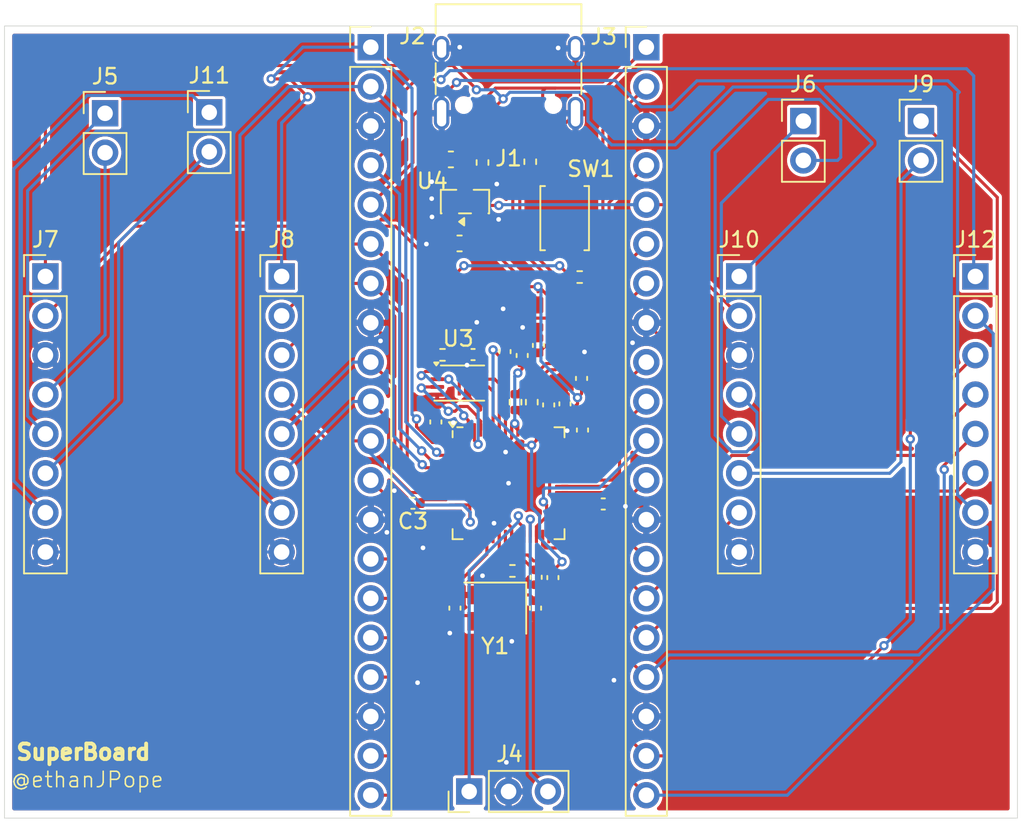
<source format=kicad_pcb>
(kicad_pcb (version 20241229) (generator "pcbnew") (generator_version "9.0")
  (layers (0 "F.Cu" signal) (2 "B.Cu" signal) (13 "F.Paste" user) (15 "B.Paste" user) (5 "F.SilkS" user "F.Silkscreen") (7 "B.SilkS" user "B.Silkscreen") (1 "F.Mask" user) (3 "B.Mask" user) (25 "Edge.Cuts" user))
  (net 0 "")
  (net 1 "GND")
  (net 2 "+3V3")
  (net 3 "+1V1")
  (net 4 "VBUS")
  (net 5 "XIN")
  (net 6 "Net-(C16-Pad2)")
  (net 7 "USB_D-")
  (net 8 "USB_D+")
  (net 9 "Net-(J1-CC2)")
  (net 10 "Net-(J1-CC1)")
  (net 11 "GPIO9")
  (net 12 "GPIO4")
  (net 13 "GPIO7")
  (net 14 "GPIO12")
  (net 15 "GPIO15")
  (net 16 "GPIO1")
  (net 17 "GPIO8")
  (net 18 "GPIO2")
  (net 19 "GPIO11")
  (net 20 "GPIO13")
  (net 21 "GPIO0")
  (net 22 "GPIO14")
  (net 23 "GPIO3")
  (net 24 "GPIO5")
  (net 25 "GPIO6")
  (net 26 "GPIO10")
  (net 27 "GPIO21")
  (net 28 "GPIO27_ADC1")
  (net 29 "GPIO19")
  (net 30 "GPIO28_ADC2")
  (net 31 "GPIO29_ADC3")
  (net 32 "GPIO22")
  (net 33 "GPIO18")
  (net 34 "GPIO16")
  (net 35 "GPIO26_ADC0")
  (net 36 "GPIO20")
  (net 37 "RUN")
  (net 38 "GPIO17")
  (net 39 "GPIO24")
  (net 40 "GPIO23")
  (net 41 "SWD")
  (net 42 "SWCLK")
  (net 43 "Net-(U1-USB_DP)")
  (net 44 "Net-(U1-USB_DM)")
  (net 45 "XOUT")
  (net 46 "QSPI_SS")
  (net 47 "Net-(R6-Pad1)")
  (net 48 "QSPI_SD2")
  (net 49 "QSPI_SD1")
  (net 51 "QSPI_SCLK")
  (net 52 "QSPI_SD3")
  (net 53 "QSPI_SD0")
  (net 54 "Net-(J5-Pin_2)")
  (net 55 "Net-(J5-Pin_1)")
  (net 56 "Net-(J10-Pin_5)")
  (net 57 "Net-(J10-Pin_4)")
  (net 58 "Net-(J11-Pin_1)")
  (net 59 "Net-(J11-Pin_2)")
  (net 60 "Net-(J10-Pin_6)")
  (net 61 "Net-(J10-Pin_7)")
  (footprint "Resistor_SMD:R_0402_1005Metric" (layer "F.Cu") (at 112.36 96.53 180)
    (property "Reference" "R5" (hide yes))
    (property "Value" "1K" (hide yes))
  )
  (footprint "Capacitor_SMD:C_0402_1005Metric" (layer "F.Cu") (at 115.75 85.75 90)
    (property "Reference" "C5" (hide yes))
    (property "Value" "0.1uF" (hide yes))
  )
  (footprint "Connector_PinHeader_2.54mm:PinHeader_1x20_P2.54mm_Vertical" (layer "F.Cu") (at 103.22 62.74)
    (property "Reference" "J2")
    (property "Value" "Conn_01x20" (hide yes))
  )
  (footprint "Resistor_SMD:R_0402_1005Metric" (layer "F.Cu") (at 112.56 85.64 -90)
    (property "Reference" "R3" (hide yes))
    (property "Value" "27" (hide yes))
  )
  (footprint "Capacitor_SMD:C_0402_1005Metric" (layer "F.Cu") (at 114.97 96.96 -90)
    (property "Reference" "C10" (hide yes))
    (property "Value" "1uF" (hide yes))
  )
  (footprint "Capacitor_SMD:C_0402_1005Metric" (layer "F.Cu") (at 116.82 84.11 90)
    (property "Reference" "C1" (hide yes))
    (property "Value" "1uF" (hide yes))
  )
  (footprint "Connector_PinHeader_2.54mm:PinHeader_1x20_P2.54mm_Vertical" (layer "F.Cu") (at 121 62.74)
    (property "Reference" "J3")
    (property "Value" "Conn_01x20" (hide yes))
  )
  (footprint "Capacitor_SMD:C_0402_1005Metric" (layer "F.Cu") (at 111.88 82.38 90)
    (property "Reference" "C12" (hide yes))
    (property "Value" "0.1uF" (hide yes))
  )
  (footprint "Resistor_SMD:R_0402_1005Metric" (layer "F.Cu") (at 113.51 70.13 -90)
    (property "Reference" "R1" (hide yes))
    (property "Value" "5.1K" (hide yes))
  )
  (footprint "Connector_PinHeader_2.54mm:PinHeader_1x02_P2.54mm_Vertical" (layer "F.Cu") (at 131.13 67.505)
    (property "Reference" "J6")
    (property "Value" "Conn_01x02" (hide yes))
  )
  (footprint "Resistor_SMD:R_0402_1005Metric" (layer "F.Cu") (at 113.61 85.64 -90)
    (property "Reference" "R4" (hide yes))
    (property "Value" "27")
  )
  (footprint "Crystal:Crystal_SMD_3225-4Pin_3.2x2.5mm" (layer "F.Cu") (at 111.25 98.93 180)
    (property "Reference" "Y1")
    (property "Value" "12 MHz" (hide yes))
  )
  (footprint "Connector_PinHeader_2.54mm:PinHeader_1x03_P2.54mm_Vertical" (layer "F.Cu") (at 109.57 110.76 90)
    (property "Reference" "J4")
    (property "Value" "Conn_01x03" (hide yes))
  )
  (footprint "Capacitor_SMD:C_0402_1005Metric" (layer "F.Cu") (at 113.85 98.93 90)
    (property "Reference" "C16" (hide yes))
    (property "Value" "33pF" (hide yes))
  )
  (footprint "Resistor_SMD:R_0402_1005Metric" (layer "F.Cu") (at 116.7 77.57 180)
    (property "Reference" "R6" (hide yes))
    (property "Value" "1K" (hide yes))
  )
  (footprint "Resistor_SMD:R_0402_1005Metric" (layer "F.Cu") (at 107.85 82.59 180)
    (property "Reference" "R7" (hide yes))
    (property "Value" "10K" (hide yes))
  )
  (footprint "Capacitor_SMD:C_0402_1005Metric" (layer "F.Cu") (at 114.7 85.82 90)
    (property "Reference" "C11" (hide yes))
    (property "Value" "0.1uF" (hide yes))
  )
  (footprint "Package_TO_SOT_SMD:SOT-23" (layer "F.Cu") (at 109.3 72.7 90)
    (property "Reference" "U4")
    (property "Value" "MCP1700x-330xxTT" (hide yes))
  )
  (footprint "Capacitor_SMD:C_0402_1005Metric" (layer "F.Cu") (at 107.42 86.92 90)
    (property "Reference" "C4" (hide yes))
    (property "Value" "0.1uF" (hide yes))
  )
  (footprint "Package_DFN_QFN:QFN-56-1EP_7x7mm_P0.4mm_EP3.2x3.2mm" (layer "F.Cu") (at 112.11 90.87)
    (property "Reference" "U1" (hide yes))
    (property "Value" "RP2040" (hide yes))
  )
  (footprint "Resistor_SMD:R_0402_1005Metric" (layer "F.Cu") (at 110.43 70.18 -90)
    (property "Reference" "R2" (hide yes))
    (property "Value" "5.1K")
  )
  (footprint "Capacitor_SMD:C_0603_1608Metric" (layer "F.Cu") (at 108.95 75.4 180)
    (property "Reference" "C14" (hide yes))
    (property "Value" "10uF")
  )
  (footprint "Connector_PinHeader_2.54mm:PinHeader_1x02_P2.54mm_Vertical" (layer "F.Cu") (at 92.8 66.945)
    (property "Reference" "J11")
    (property "Value" "Conn_01x02" (hide yes))
  )
  (footprint "Capacitor_SMD:C_0603_1608Metric" (layer "F.Cu") (at 108.39 69.98 180)
    (property "Reference" "C13" (hide yes))
    (property "Value" "10uF" (hide yes))
  )
  (footprint "Connector_PinHeader_2.54mm:PinHeader_1x08_P2.54mm_Vertical" (layer "F.Cu") (at 126.99 77.53)
    (property "Reference" "J10")
    (property "Value" "Conn_01x08" (hide yes))
  )
  (footprint "Connector_PinHeader_2.54mm:PinHeader_1x02_P2.54mm_Vertical" (layer "F.Cu") (at 138.72 67.505)
    (property "Reference" "J9")
    (property "Value" "Conn_01x02" (hide yes))
  )
  (footprint "Connector_PinHeader_2.54mm:PinHeader_1x08_P2.54mm_Vertical" (layer "F.Cu") (at 142.23 77.53)
    (property "Reference" "J12")
    (property "Value" "Conn_01x08" (hide yes))
  )
  (footprint "Capacitor_SMD:C_0402_1005Metric" (layer "F.Cu") (at 116.88 87.44 90)
    (property "Reference" "C8" (hide yes))
    (property "Value" "0.1uF" (hide yes))
  )
  (footprint "Capacitor_SMD:C_0402_1005Metric" (layer "F.Cu") (at 105.94 92.16 180)
    (property "Reference" "C3")
    (property "Value" "0.1uF")
  )
  (footprint "Capacitor_SMD:C_0402_1005Metric" (layer "F.Cu") (at 114.04 81.98 90)
    (property "Reference" "C7" (hide yes))
    (property "Value" "0.1uF" (hide yes))
  )
  (footprint "Capacitor_SMD:C_0402_1005Metric" (layer "F.Cu") (at 118.22 92.21)
    (property "Reference" "C9" (hide yes))
    (property "Value" "0.1uF" (hide yes))
  )
  (footprint "Button_Switch_SMD:SW_Push_SPST_NO_Alps_SKRK" (layer "F.Cu") (at 115.73 73.77 -90)
    (property "Reference" "SW1")
    (property "Value" "SW_Push" (hide yes))
  )
  (footprint "Connector_PinHeader_2.54mm:PinHeader_1x02_P2.54mm_Vertical" (layer "F.Cu") (at 86.08 67.005)
    (property "Reference" "J5")
    (property "Value" "Conn_01x02" (hide yes))
  )
  (footprint "Capacitor_SMD:C_0402_1005Metric" (layer "F.Cu") (at 109.82 82.57 180)
    (property "Reference" "C17" (hide yes))
    (property "Value" "0.1uF" (hide yes))
  )
  (footprint "Connector_USB:USB_C_Receptacle_HRO_TYPE-C-31-M-12" (layer "F.Cu") (at 112.11 63.87 180)
    (property "Reference" "J1")
    (property "Value" "USB_C_Receptacle_USB2.0_14P" (hide yes))
  )
  (footprint "Package_SON:Winbond_USON-8-1EP_3x2mm_P0.5mm_EP0.2x1.6mm" (layer "F.Cu") (at 108.93 84.41)
    (property "Reference" "U3")
    (property "Value" "W25Q16JVZPIQ TR" (hide yes))
  )
  (footprint "Connector_PinHeader_2.54mm:PinHeader_1x08_P2.54mm_Vertical" (layer "F.Cu") (at 82.23 77.53)
    (property "Reference" "J7")
    (property "Value" "Conn_01x08" (hide yes))
  )
  (footprint "Capacitor_SMD:C_0402_1005Metric" (layer "F.Cu") (at 113.89 96.94 -90)
    (property "Reference" "C2" (hide yes))
    (property "Value" "0.1uF" (hide yes))
  )
  (footprint "Capacitor_SMD:C_0402_1005Metric" (layer "F.Cu") (at 112.99 82.63 90)
    (property "Reference" "C6" (hide yes))
    (property "Value" "0.1uF" (hide yes))
  )
  (footprint "Capacitor_SMD:C_0402_1005Metric" (layer "F.Cu") (at 108.65 98.93 -90)
    (property "Reference" "C15" (hide yes))
    (property "Value" "33pF" (hide yes))
  )
  (footprint "Connector_PinHeader_2.54mm:PinHeader_1x08_P2.54mm_Vertical" (layer "F.Cu") (at 97.47 77.53)
    (property "Reference" "J8")
    (property "Value" "Conn_01x08" (hide yes))
  )
  (gr_rect (start 79.59 61.37) (end 144.94 112.48) (stroke (width 0.05)) (fill no) (layer "Edge.Cuts"))
  (gr_text "@ethanJPope" (at 79.94 110.58 0) (layer "F.SilkS") (effects (font (size 1 1) (thickness 0.1)) (justify left bottom)))
  (gr_text "SuperBoard" (at 80.23 108.8 0) (layer "F.SilkS") (effects (font (size 1 1) (thickness 0.25) (bold yes)) (justify left bottom)))
  (segment (start 108.039 100.259) (end 108.32 100.54) (width 0.2) (layer "F.Cu") (net 1))
  (segment (start 106.54 86.01) (end 106.54 85.52) (width 0.2) (layer "F.Cu") (net 1))
  (segment (start 123.33 82.83) (end 123.31 82.83) (width 0.2) (layer "F.Cu") (net 1))
  (segment (start 116.88 86.96) (end 117.25 86.59) (width 0.2) (layer "F.Cu") (net 1))
  (segment (start 116.4 62.79) (end 116.43 62.82) (width 0.2) (layer "F.Cu") (net 1))
  (segment (start 112.35 101.04) (end 112.32 101.07) (width 0.2) (layer "F.Cu") (net 1))
  (segment (start 120.94776 92.36) (end 123.33 89.97776) (width 0.2) (layer "F.Cu") (net 1))
  (segment (start 112.11 109.02) (end 111.97 108.88) (width 0.2) (layer "F.Cu") (net 1))
  (segment (start 115.515 67.915) (end 116.43 67) (width 0.2) (layer "F.Cu") (net 1))
  (segment (start 109.43 83.25) (end 109.43 82.66) (width 0.2) (layer "F.Cu") (net 1))
  (segment (start 104.739265 91.439265) (end 105.46 92.16) (width 0.2) (layer "F.Cu") (net 1))
  (segment (start 115.36 67.915) (end 115.515 67.915) (width 0.2) (layer "F.Cu") (net 1))
  (segment (start 106.97 86.44) (end 106.54 86.01) (width 0.2) (layer "F.Cu") (net 1))
  (segment (start 112.96 80.82) (end 111.88 81.9) (width 0.2) (layer "F.Cu") (net 1))
  (segment (start 110.15 98.08) (end 109.02 98.08) (width 0.2) (layer "F.Cu") (net 1))
  (segment (start 111.11 93.74) (end 111.11 94.3075) (width 0.2) (layer "F.Cu") (net 1))
  (segment (start 106.9 85.16) (end 107.505 85.16) (width 0.2) (layer "F.Cu") (net 1))
  (segment (start 117.25 86.59) (end 117.25 85.49) (width 0.2) (layer "F.Cu") (net 1))
  (segment (start 104.739265 91.350735) (end 104.739265 91.439265) (width 0.2) (layer "F.Cu") (net 1))
  (segment (start 113.48 99.78) (end 113.85 99.41) (width 0.2) (layer "F.Cu") (net 1))
  (segment (start 112.35 99.78) (end 112.35 101.04) (width 0.2) (layer "F.Cu") (net 1))
  (segment (start 115.31 62.79) (end 116.4 62.79) (width 0.2) (layer "F.Cu") (net 1))
  (segment (start 119.65 92.36) (end 120.94776 92.36) (width 0.2) (layer "F.Cu") (net 1))
  (segment (start 103.85 81.15) (end 103.22 80.52) (width 0.2) (layer "F.Cu") (net 1))
  (segment (start 109.02 98.08) (end 108.65 98.45) (width 0.2) (layer "F.Cu") (net 1))
  (segment (start 118.7 92.21) (end 119.5 92.21) (width 0.2) (layer "F.Cu") (net 1))
  (segment (start 108.65 98.45) (end 108.039 99.061) (width 0.2) (layer "F.Cu") (net 1))
  (segment (start 119.5 92.21) (end 119.65 92.36) (width 0.2) (layer "F.Cu") (net 1))
  (segment (start 107.42 86.44) (end 106.97 86.44) (width 0.2) (layer "F.Cu") (net 1))
  (segment (start 112.35 99.78) (end 113.48 99.78) (width 0.2) (layer "F.Cu") (net 1))
  (segment (start 113.02 82.12) (end 112.99 82.15) (width 0.2) (layer "F.Cu") (net 1))
  (segment (start 117.25 85.49) (end 117.59 85.15) (width 0.2) (layer "F.Cu") (net 1))
  (segment (start 113.02 80.82) (end 112.96 80.82) (width 0.2) (layer "F.Cu") (net 1))
  (segment (start 106.54 85.52) (end 106.9 85.16) (width 0.2) (layer "F.Cu") (net 1))
  (segment (start 108.55 86.96) (end 107.94 86.96) (width 0.2) (layer "F.Cu") (net 1))
  (segment (start 117.59 85.15) (end 117.59 82.98) (width 0.2) (layer "F.Cu") (net 1))
  (segment (start 103.85 81.69) (end 103.85 81.15) (width 0.2) (layer "F.Cu") (net 1))
  (segment (start 123.33 89.97776) (end 123.33 82.83) (width 0.2) (layer "F.Cu") (net 1))
  (segment (start 108.039 99.061) (end 108.039 100.259) (width 0.2) (layer "F.Cu") (net 1))
  (segment (start 110.43 97.8) (end 110.15 98.08) (width 0.2) (layer "F.Cu") (net 1))
  (segment (start 107.87 62.74) (end 107.79 62.82) (width 0.2) (layer "F.Cu") (net 1))
  (segment (start 112.11 110.76) (end 112.11 109.02) (width 0.2) (layer "F.Cu") (net 1))
  (segment (start 107.94 86.96) (end 107.42 86.44) (width 0.2) (layer "F.Cu") (net 1))
  (segment (start 117.59 82.98) (end 117.01 82.4) (width 0.2) (layer "F.Cu") (net 1))
  (segment (start 108.96 62.74) (end 107.87 62.74) (width 0.2) (layer "F.Cu") (net 1))
  (segment (start 113.02 80.82) (end 113.02 82.12) (width 0.2) (layer "F.Cu") (net 1))
  (segment (start 110.43 96.84) (end 110.43 97.8) (width 0.2) (layer "F.Cu") (net 1))
  (segment (start 109.43 82.66) (end 109.34 82.57) (width 0.2) (layer "F.Cu") (net 1))
  (segment (start 123.31 82.83) (end 121 80.52) (width 0.2) (layer "F.Cu") (net 1))
  (segment (start 111.172351 93.45088) (end 111.172351 93.677649) (width 0.2) (layer "F.Cu") (net 1))
  (segment (start 111.172351 93.677649) (end 111.11 93.74) (width 0.2) (layer "F.Cu") (net 1))
  (via (at 107.17 73.69) (size 0.6) (drill 0.3) (layers "F.Cu" "B.Cu") (net 1))
  (via (at 120.11 81.81) (size 0.6) (drill 0.3) (layers "F.Cu" "B.Cu") (net 1))
  (via (at 111.47 73.85) (size 0.6) (drill 0.3) (layers "F.Cu" "B.Cu") (net 1))
  (via (at 111.97 108.88) (size 0.6) (drill 0.3) (layers "F.Cu" "B.Cu") (net 1))
  (via (at 106.24 103.74) (size 0.6) (drill 0.3) (layers "F.Cu" "B.Cu") (net 1))
  (via (at 106.59 95.04) (size 0.6) (drill 0.3) (layers "F.Cu" "B.Cu") (net 1))
  (via (at 103.85 81.69) (size 0.6) (drill 0.3) (layers "F.Cu" "B.Cu") (net 1))
  (via (at 110.06 80.49) (size 0.6) (drill 0.3) (layers "F.Cu" "B.Cu") (net 1))
  (via (at 111.35 71.57) (size 0.6) (drill 0.3) (layers "F.Cu" "B.Cu") (net 1))
  (via (at 115.31 62.79) (size 0.6) (drill 0.3) (layers "F.Cu" "B.Cu") (net 1))
  (via (at 109.43 83.25) (size 0.6) (drill 0.3) (layers "F.Cu" "B.Cu") (net 1))
  (via (at 112.11 90.87) (size 0.6) (drill 0.3) (layers "F.Cu" "B.Cu") (net 1))
  (via (at 104.739265 91.350735) (size 0.6) (drill 0.3) (layers "F.Cu" "B.Cu") (net 1))
  (via (at 111.172351 93.45088) (size 0.6) (drill 0.3) (layers "F.Cu" "B.Cu") (net 1))
  (via (at 108.55 86.96) (size 0.6) (drill 0.3) (layers "F.Cu" "B.Cu") (net 1))
  (via (at 112.32 101.07) (size 0.6) (drill 0.3) (layers "F.Cu" "B.Cu") (net 1))
  (via (at 111.76 79.62) (size 0.6) (drill 0.3) (layers "F.Cu" "B.Cu") (net 1))
  (via (at 107.15 71.42) (size 0.6) (drill 0.3) (layers "F.Cu" "B.Cu") (net 1))
  (via (at 119.65 92.36) (size 0.6) (drill 0.3) (layers "F.Cu" "B.Cu") (net 1))
  (via (at 110.43 96.84) (size 0.6) (drill 0.3) (layers "F.Cu" "B.Cu") (net 1))
  (via (at 104.26 94.04) (size 0.6) (drill 0.3) (layers "F.Cu" "B.Cu") (net 1))
  (via (at 117.01 82.4) (size 0.6) (drill 0.3) (layers "F.Cu" "B.Cu") (net 1))
  (via (at 115.89 87.48) (size 0.6) (drill 0.3) (layers "F.Cu" "B.Cu") (net 1))
  (via (at 113.02 80.82) (size 0.6) (drill 0.3) (layers "F.Cu" "B.Cu") (net 1))
  (via (at 107.15 72.51) (size 0.6) (drill 0.3) (layers "F.Cu" "B.Cu") (net 1))
  (via (at 106.81 75.44) (size 0.6) (drill 0.3) (layers "F.Cu" "B.Cu") (net 1))
  (via (at 108.96 62.74) (size 0.6) (drill 0.3) (layers "F.Cu" "B.Cu") (net 1))
  (via (at 108.32 100.54) (size 0.6) (drill 0.3) (layers "F.Cu" "B.Cu") (net 1))
  (via (at 118.91 103.58) (size 0.6) (drill 0.3) (layers "F.Cu" "B.Cu") (net 1))
  (via (at 111.92 88.86) (size 0.6) (drill 0.3) (layers "F.Cu" "B.Cu") (net 1))
  (segment (start 103.48 93.22) (end 104.739265 91.960735) (width 0.2) (layer "B.Cu") (net 1))
  (segment (start 109.6 82.85) (end 109.6 80.51) (width 0.2) (layer "B.Cu") (net 1))
  (segment (start 104.739265 91.960735) (end 104.739265 91.350735) (width 0.2) (layer "B.Cu") (net 1))
  (segment (start 103.22 93.22) (end 103.48 93.22) (width 0.2) (layer "B.Cu") (net 1))
  (segment (start 82.23 95.31) (end 97.47 95.31) (width 0.2) (layer "B.Cu") (net 1))
  (segment (start 115.5475 91.87) (end 115.01 91.87) (width 0.2) (layer "F.Cu") (net 2))
  (segment (start 109.21 88.27) (end 109.47 88.53) (width 0.2) (layer "F.Cu") (net 2))
  (segment (start 111.341 92.771) (end 110.241 92.771) (width 0.2) (layer "F.Cu") (net 2))
  (segment (start 114.01 78.19) (end 113.44 78.19) (width 0.2) (layer "F.Cu") (net 2))
  (segment (start 110.012 92.1849) (end 109.6971 91.87) (width 0.2) (layer "F.Cu") (net 2))
  (segment (start 116.56 85.35) (end 116.56 85.75) (width 0.2) (layer "F.Cu") (net 2))
  (segment (start 108.29 88.27) (end 107.42 87.4) (width 0.2) (layer "F.Cu") (net 2))
  (segment (start 108.14 91.87) (end 108.08 91.93) (width 0.2) (layer "F.Cu") (net 2))
  (segment (start 110.9375 72.95) (end 110.25 73.6375) (width 0.2) (layer "F.Cu") (net 2))
  (segment (start 113.44 78.19) (end 110.65 75.4) (width 0.2) (layer "F.Cu") (net 2))
  (segment (start 113.18934 95.909) (end 113.74034 96.46) (width 0.2) (layer "F.Cu") (net 2))
  (segment (start 117.4 91.87) (end 115.5475 91.87) (width 0.2) (layer "F.Cu") (net 2))
  (segment (start 110.65 75.4) (end 109.725 75.4) (width 0.2) (layer "F.Cu") (net 2))
  (segment (start 110.012 92.542) (end 110.012 92.1849) (width 0.2) (layer "F.Cu") (net 2))
  (segment (start 112.31 87.967774) (end 112.31 87.4325) (width 0.2) (layer "F.Cu") (net 2))
  (segment (start 112.509654 87.232154) (end 112.71 87.4325) (width 0.2) (layer "F.Cu") (net 2))
  (segment (start 110.3 81.929943) (end 112.009943 80.22) (width 0.2) (layer "F.Cu") (net 2))
  (segment (start 114.71 87.4325) (end 114.827499 87.4325) (width 0.2) (layer "F.Cu") (net 2))
  (segment (start 108.8 81.68) (end 109.78 81.68) (width 0.2) (layer "F.Cu") (net 2))
  (segment (start 111.48 72.95) (end 110.9375 72.95) (width 0.2) (layer "F.Cu") (net 2))
  (segment (start 108.6725 88.27) (end 108.29 88.27) (width 0.2) (layer "F.Cu") (net 2))
  (segment (start 109.47 91.87) (end 108.6725 91.87) (width 0.2) (layer "F.Cu") (net 2))
  (segment (start 112.99 83.48) (end 112.71 83.76) (width 0.2) (layer "F.Cu") (net 2))
  (segment (start 114.01 78.51975) (end 114.01 78.19) (width 0.2) (layer "F.Cu") (net 2))
  (segment (start 108.6725 88.27) (end 109.21 88.27) (width 0.2) (layer "F.Cu") (net 2))
  (segment (start 117.74 92.21) (end 117.4 91.87) (width 0.2) (layer "F.Cu") (net 2))
  (segment (start 112.31 94.3075) (end 112.31 93.74) (width 0.2) (layer "F.Cu") (net 2))
  (segment (start 114.651 78.781) (end 114.651 80.22) (width 0.2) (layer "F.Cu") (net 2))
  (segment (start 116.270589 86.039411) (end 115.940589 86.039411) (width 0.2) (layer "F.Cu") (net 2))
  (segment (start 109.6971 91.87) (end 109.47 91.87) (width 0.2) (layer "F.Cu") (net 2))
  (segment (start 115.5475 88.27) (end 116.53 88.27) (width 0.2) (layer "F.Cu") (net 2))
  (segment (start 114.01 78.19) (end 114.17 78.35) (width 0.2) (layer "F.Cu") (net 2))
  (segment (start 112.31 95.75) (end 112.469 95.909) (width 0.2) (layer "F.Cu") (net 2))
  (segment (start 115.75 86.23) (end 115.75 86.509999) (width 0.2) (layer "F.Cu") (net 2))
  (segment (start 109.725 74.1625) (end 110.25 73.6375) (width 0.2) (layer "F.Cu") (net 2))
  (segment (start 114.04 82.46) (end 113.64 82.46) (width 0.2) (layer "F.Cu") (net 2))
  (segment (start 112.31 93.74) (end 111.341 92.771) (width 0.2) (layer "F.Cu") (net 2))
  (segment (start 88.011 74.289) (end 104.809057 74.289) (width 0.2) (layer "F.Cu") (net 2))
  (segment (start 123.32 73.51) (end 122.71 72.9) (width 0.2) (layer "F.Cu") (net 2))
  (segment (start 114.17 78.35) (end 114.22 78.35) (width 0.2) (layer "F.Cu") (net 2))
  (segment (start 122.71 72.9) (end 121 72.9) (width 0.2) (layer "F.Cu") (net 2))
  (segment (start 114.651 80.22) (end 114.651 81.849) (width 0.2) (layer "F.Cu") (net 2))
  (segment (start 109.47 88.53) (end 109.47 91.87) (width 0.2) (layer "F.Cu") (net 2))
  (segment (start 112.009943 80.22) (end 114.651 80.22) (width 0.2) (layer "F.Cu") (net 2))
  (segment (start 108.08 91.93) (end 106.42 91.93) (width 0.2) (layer "F.Cu") (net 2))
  (segment (start 115.5475 88.27) (end 114.71 87.4325) (width 0.2) (layer "F.Cu") (net 2))
  (segment (start 110.970057 88.96) (end 111.671057 88.259) (width 0.2) (layer "F.Cu") (net 2))
  (segment (start 109.78 81.68) (end 110.3 82.2) (width 0.2) (layer "F.Cu") (net 2))
  (segment (start 112.018774 88.259) (end 112.31 87.967774) (width 0.2) (layer "F.Cu") (net 2))
  (segment (start 111.671057 88.259) (end 112.018774 88.259) (width 0.2) (layer "F.Cu") (net 2))
  (segment (start 126.99 80.07) (end 123.32 76.4) (width 0.2) (layer "F.Cu") (net 2))
  (segment (start 114.73 91.59) (end 114.76 91.56) (width 0.2) (layer "F.Cu") (net 2))
  (segment (start 110.355 82.625) (end 110.3 82.57) (width 0.2) (layer "F.Cu") (net 2))
  (segment (start 108.949 76.176) (end 109.725 75.4) (width 0.2) (layer "F.Cu") (net 2))
  (segment (start 113.64 82.46) (end 112.99 83.11) (width 0.2) (layer "F.Cu") (net 2))
  (segment (start 108.6725 91.87) (end 108.14 91.87) (width 0.2) (layer "F.Cu") (net 2))
  (segment (start 115.940589 86.039411) (end 115.75 86.23) (width 0.2) (layer "F.Cu") (net 2))
  (segment (start 112.469 95.909) (end 113.18934 95.909) (width 0.2) (layer "F.Cu") (net 2))
  (segment (start 115.01 91.87) (end 114.73 91.59) (width 0.2) (layer "F.Cu") (net 2))
  (segment (start 112.99 83.11) (end 112.99 83.48) (width 0.2) (layer "F.Cu") (net 2))
  (segment (start 110.3 82.57) (end 110.3 81.929943) (width 0.2) (layer "F.Cu") (net 2))
  (segment (start 108.36 82.12) (end 108.8 81.68) (width 0.2) (layer "F.Cu") (net 2))
  (segment (start 123.32 76.4) (end 123.32 73.51) (width 0.2) (layer "F.Cu") (net 2))
  (segment (start 114.76 91.56) (end 114.76 88.5) (width 0.2) (layer "F.Cu") (net 2))
  (segment (start 112.31 87.221107) (end 112.509654 87.021453) (width 0.2) (layer "F.Cu") (net 2))
  (segment (start 112.509654 87.021453) (end 112.509654 87.232154) (width 0.2) (layer "F.Cu") (net 2))
  (segment (start 114.651 81.849) (end 114.04 82.46) (width 0.2) (layer "F.Cu") (net 2))
  (segment (start 114.827499 87.4325) (end 114.31 87.4325) (width 0.2) (layer "F.Cu") (net 2))
  (segment (start 110.241 92.771) (end 110.012 92.542) (width 0.2) (layer "F.Cu") (net 2))
  (segment (start 108.36 82.59) (end 108.36 82.12) (width 0.2) (layer "F.Cu") (net 2))
  (segment (start 113.74034 96.46) (end 113.89 96.46) (width 0.2) (layer "F.Cu") (net 2))
  (segment (start 115.75 86.509999) (end 114.827499 87.4325) (width 0.2) (layer "F.Cu") (net 2))
  (segment (start 112.31 94.3075) (end 112.31 95.75) (width 0.2) (layer "F.Cu") (net 2))
  (segment (start 109.725 75.4) (end 109.725 74.1625) (width 0.2) (layer "F.Cu") (net 2))
  (segment (start 110.355 83.66) (end 110.355 82.625) (width 0.2) (layer "F.Cu") (net 2))
  (segment (start 109.47 88.53) (end 109.9 88.96) (width 0.2) (layer "F.Cu") (net 2))
  (segment (start 82.23 80.07) (end 88.011 74.289) (width 0.2) (layer "F.Cu") (net 2))
  (segment (start 110.3 82.2) (end 110.3 82.57) (width 0.2) (layer "F.Cu") (net 2))
  (segment (start 116.82 84.59) (end 116.82 85.09) (width 0.2) (layer "F.Cu") (net 2))
  (segment (start 106.696057 76.176) (end 108.949 76.176) (width 0.2) (layer "F.Cu") (net 2))
  (segment (start 112.31 87.4325) (end 112.31 87.221107) (width 0.2) (layer "F.Cu") (net 2))
  (segment (start 116.56 85.75) (end 116.270589 86.039411) (width 0.2) (layer "F.Cu") (net 2))
  (segment (start 115.5475 88.27) (end 114.99 88.27) (width 0.2) (layer "F.Cu") (net 2))
  (segment (start 114.99 88.27) (end 114.76 88.5) (width 0.2) (layer "F.Cu") (net 2))
  (segment (start 116.53 88.27) (end 116.88 87.92) (width 0.2) (layer "F.Cu") (net 2))
  (segment (start 104.809057 74.289) (end 106.696057 76.176) (width 0.2) (layer "F.Cu") (net 2))
  (segment (start 110.25 74.32) (end 110.22 74.35) (width 0.2) (layer "F.Cu") (net 2))
  (segment (start 114.22 78.35) (end 114.651 78.781) (width 0.2) (layer "F.Cu") (net 2))
  (segment (start 116.82 85.09) (end 116.56 85.35) (width 0.2) (layer "F.Cu") (net 2))
  (segment (start 111.455 72.925) (end 111.48 72.95) (width 0.2) (layer "F.Cu") (net 2))
  (segment (start 109.9 88.96) (end 110.970057 88.96) (width 0.2) (layer "F.Cu") (net 2))
  (via (at 114.01 78.19) (size 0.6) (drill 0.3) (layers "F.Cu" "B.Cu") (net 2))
  (via (at 112.509654 87.021453) (size 0.6) (drill 0.3) (layers "F.Cu" "B.Cu") (net 2))
  (via (at 111.48 72.95) (size 0.6) (drill 0.3) (layers "F.Cu" "B.Cu") (net 2))
  (via (at 116.56 85.35) (size 0.6) (drill 0.3) (layers "F.Cu" "B.Cu") (net 2))
  (via (at 112.71 83.76) (size 0.6) (drill 0.3) (layers "F.Cu" "B.Cu") (net 2))
  (segment (start 114.01 78.19) (end 114.2 78.38) (width 0.2) (layer "B.Cu") (net 2))
  (segment (start 111.48 72.95) (end 111.53 72.9) (width 0.2) (layer "B.Cu") (net 2))
  (segment (start 114.2 78.38) (end 114.2 82.99) (width 0.2) (layer "B.Cu") (net 2))
  (segment (start 111.53 72.9) (end 121 72.9) (width 0.2) (layer "B.Cu") (net 2))
  (segment (start 114.2 82.99) (end 116.56 85.35) (width 0.2) (layer "B.Cu") (net 2))
  (segment (start 112.509654 83.960346) (end 112.509654 87.021453) (width 0.2) (layer "B.Cu") (net 2))
  (segment (start 112.71 83.76) (end 112.509654 83.960346) (width 0.2) (layer "B.Cu") (net 2))
  (segment (start 111.911 86.97) (end 111.911 86.898226) (width 0.2) (layer "F.Cu") (net 3))
  (segment (start 111.699977 82.86) (end 111.109835 82.269858) (width 0.2) (layer "F.Cu") (net 3))
  (segment (start 111.91 87.4325) (end 111.91 87.36) (width 0.2) (layer "F.Cu") (net 3))
  (segment (start 111.88 82.86) (end 111.699977 82.86) (width 0.2) (layer "F.Cu") (net 3))
  (segment (start 114.97 96.48) (end 115.02 96.48) (width 0.2) (layer "F.Cu") (net 3))
  (segment (start 113.91 88.11) (end 113.6 88.42) (width 0.2) (layer "F.Cu") (net 3))
  (segment (start 114.369 95.879) (end 114.97 96.48) (width 0.2) (layer "F.Cu") (net 3))
  (segment (start 111.88 82.86) (end 111.911 82.891) (width 0.2) (layer "F.Cu") (net 3))
  (segment (start 114.507226 86.3) (end 113.91 86.897226) (width 0.2) (layer "F.Cu") (net 3))
  (segment (start 113.72644 95.879) (end 114.369 95.879) (width 0.2) (layer "F.Cu") (net 3))
  (segment (start 112.71 95.37) (end 112.84 95.5) (width 0.2) (layer "F.Cu") (net 3))
  (segment (start 112.84 95.5) (end 113.34744 95.5) (width 0.2) (layer "F.Cu") (net 3))
  (segment (start 113.91 87.4325) (end 113.91 88.11) (width 0.2) (layer "F.Cu") (net 3))
  (segment (start 112.71 94.3075) (end 112.71 95.37) (width 0.2) (layer "F.Cu") (net 3))
  (segment (start 111.911 82.891) (end 111.911 86.770164) (width 0.2) (layer "F.Cu") (net 3))
  (segment (start 113.34744 95.5) (end 113.72644 95.879) (width 0.2) (layer "F.Cu") (net 3))
  (segment (start 113.91 86.860001) (end 113.91 87.4325) (width 0.2) (layer "F.Cu") (net 3))
  (segment (start 115.02 96.48) (end 115.56 95.94) (width 0.2) (layer "F.Cu") (net 3))
  (segment (start 113.91 86.897226) (end 113.91 87.4325) (width 0.2) (layer "F.Cu") (net 3))
  (segment (start 114.7 86.3) (end 114.507226 86.3) (width 0.2) (layer "F.Cu") (net 3))
  (segment (start 111.911 86.770164) (end 111.911 86.97) (width 0.2) (layer "F.Cu") (net 3))
  (via (at 113.6 88.42) (size 0.6) (drill 0.3) (layers "F.Cu" "B.Cu") (net 3))
  (via (at 115.56 95.94) (size 0.6) (drill 0.3) (layers "F.Cu" "B.Cu") (net 3))
  (via (at 111.109835 82.269858) (size 0.6) (drill 0.3) (layers "F.Cu" "B.Cu") (net 3))
  (segment (start 114.111702 94.401702) (end 114.111702 92.946426) (width 0.2) (layer "B.Cu") (net 3))
  (segment (start 111.109835 86.471577) (end 111.109835 82.269858) (width 0.2) (layer "B.Cu") (net 3))
  (segment (start 114.111702 92.946426) (end 113.6 92.434724) (width 0.2) (layer "B.Cu") (net 3))
  (segment (start 113.6 92.434724) (end 113.6 88.42) (width 0.2) (layer "B.Cu") (net 3))
  (segment (start 115.56 95.85) (end 114.111702 94.401702) (width 0.2) (layer "B.Cu") (net 3))
  (segment (start 115.56 95.94) (end 115.56 95.85) (width 0.2) (layer "B.Cu") (net 3))
  (segment (start 113.6 88.42) (end 113.058258 88.42) (width 0.2) (layer "B.Cu") (net 3))
  (segment (start 113.058258 88.42) (end 111.109835 86.471577) (width 0.2) (layer "B.Cu") (net 3))
  (segment (start 109.3 70.115) (end 109.165 69.98) (width 0.2) (layer "F.Cu") (net 4))
  (segment (start 114.311 65.571) (end 114.311 67.666) (width 0.2) (layer "F.Cu") (net 4))
  (segment (start 115.13 65.38) (end 111.266008 65.38) (width 0.2) (layer "F.Cu") (net 4))
  (segment (start 109.66 66.986008) (end 109.66 67.915) (width 0.2) (layer "F.Cu") (net 4))
  (segment (start 109.3 71.7625) (end 109.3 70.115) (width 0.2) (layer "F.Cu") (net 4))
  (segment (start 114.502 65.38) (end 114.311 65.571) (width 0.2) (layer "F.Cu") (net 4))
  (segment (start 109.66 69.485) (end 109.66 67.915) (width 0.2) (layer "F.Cu") (net 4))
  (segment (start 115.13 65.38) (end 114.502 65.38) (width 0.2) (layer "F.Cu") (net 4))
  (segment (start 118.36 65.38) (end 115.13 65.38) (width 0.2) (layer "F.Cu") (net 4))
  (segment (start 114.311 67.666) (end 114.56 67.915) (width 0.2) (layer "F.Cu") (net 4))
  (segment (start 111.266008 65.38) (end 109.66 66.986008) (width 0.2) (layer "F.Cu") (net 4))
  (segment (start 121 62.74) (end 118.36 65.38) (width 0.2) (layer "F.Cu") (net 4))
  (segment (start 109.165 69.98) (end 109.66 69.485) (width 0.2) (layer "F.Cu") (net 4))
  (segment (start 111.279 95.901) (end 111.51 95.67) (width 0.2) (layer "F.Cu") (net 5))
  (segment (start 110.352 99.78) (end 111.279 98.853) (width 0.2) (layer "F.Cu") (net 5))
  (segment (start 111.279 98.853) (end 111.279 95.901) (width 0.2) (layer "F.Cu") (net 5))
  (segment (start 111.51 95.67) (end 111.51 94.3075) (width 0.2) (layer "F.Cu") (net 5))
  (segment (start 109.78 99.41) (end 110.15 99.78) (width 0.2) (layer "F.Cu") (net 5))
  (segment (start 110.15 99.78) (end 110.352 99.78) (width 0.2) (layer "F.Cu") (net 5))
  (segment (start 108.65 99.41) (end 109.78 99.41) (width 0.2) (layer "F.Cu") (net 5))
  (segment (start 112.87 97.56) (end 112.35 98.08) (width 0.2) (layer "F.Cu") (net 6))
  (segment (start 113.48 98.08) (end 113.85 98.45) (width 0.2) (layer "F.Cu") (net 6))
  (segment (start 112.35 98.08) (end 113.48 98.08) (width 0.2) (layer "F.Cu") (net 6))
  (segment (start 112.87 96.53) (end 112.87 97.56) (width 0.2) (layer "F.Cu") (net 6))
  (segment (start 112.835 75.175) (end 112.835 70.057442) (width 0.2) (layer "F.Cu") (net 7))
  (segment (start 111.86 66.938) (end 111.86 67.915) (width 0.2) (layer "F.Cu") (net 7))
  (segment (start 116.22 82.4671) (end 116.22 78.56) (width 0.2) (layer "F.Cu") (net 7))
  (segment (start 112.541177 66.889) (end 111.909 66.889) (width 0.2) (layer "F.Cu") (net 7))
  (segment (start 112.811 66.889) (end 112.541177 66.889) (width 0.2) (layer "F.Cu") (net 7))
  (segment (start 112.86 66.938) (end 112.86 67.36766) (width 0.2) (layer "F.Cu") (net 7))
  (segment (start 111.909 66.889) (end 111.86 66.938) (width 0.2) (layer "F.Cu") (net 7))
  (segment (start 115.1361 83.551) (end 116.22 82.4671) (width 0.2) (layer "F.Cu") (net 7))
  (segment (start 112.86 69.002501) (end 112.835 69.027501) (width 0.2) (layer "F.Cu") (net 7))
  (segment (start 114.7061 83.551) (end 115.1361 83.551) (width 0.2) (layer "F.Cu") (net 7))
  (segment (start 112.835 69.027501) (end 112.835 70.057442) (width 0.2) (layer "F.Cu") (net 7))
  (segment (start 112.86 66.938) (end 112.811 66.889) (width 0.2) (layer "F.Cu") (net 7))
  (segment (start 112.86 68.915001) (end 112.86 69.002501) (width 0.2) (layer "F.Cu") (net 7))
  (segment (start 116.22 78.56) (end 112.835 75.175) (width 0.2) (layer "F.Cu") (net 7))
  (segment (start 112.86 67.915) (end 112.86 68.915001) (width 0.2) (layer "F.Cu") (net 7))
  (segment (start 113.61 84.6471) (end 114.7061 83.551) (width 0.2) (layer "F.Cu") (net 7))
  (segment (start 112.86 67.36766) (end 112.86 67.915) (width 0.2) (layer "F.Cu") (net 7))
  (segment (start 113.61 85.13) (end 113.61 84.6471) (width 0.2) (layer "F.Cu") (net 7))
  (segment (start 111.36 66.476687) (end 111.36 67.915) (width 0.2) (layer "F.Cu") (net 8))
  (segment (start 114.97 83.15) (end 115.819 82.301) (width 0.2) (layer "F.Cu") (net 8))
  (segment (start 111.36 68.892) (end 111.409 68.941) (width 0.2) (layer "F.Cu") (net 8))
  (segment (start 111.409 68.941) (end 112.25 68.941) (width 0.2) (layer "F.Cu") (net 8))
  (segment (start 83.761 63.921) (end 108.412521 63.921) (width 0.2) (layer "F.Cu") (net 8))
  (segment (start 112.56 85.13) (end 114.54 83.15) (width 0.2) (layer "F.Cu") (net 8))
  (segment (start 114.54 83.15) (end 114.97 83.15) (width 0.2) (layer "F.Cu") (net 8))
  (segment (start 112.36 69.002501) (end 112.36 67.915) (width 0.2) (layer "F.Cu") (net 8))
  (segment (start 111.36 67.915) (end 111.36 68.892) (width 0.2) (layer "F.Cu") (net 8))
  (segment (start 82.23 64.27) (end 82.579 63.921) (width 0.2) (layer "F.Cu") (net 8))
  (segment (start 82.23 77.53) (end 82.23 64.27) (width 0.2) (layer "F.Cu") (net 8))
  (segment (start 82.579 63.921) (end 83.761 63.921) (width 0.2) (layer "F.Cu") (net 8))
  (segment (start 111.762513 66.074174) (end 111.36 66.476687) (width 0.2) (layer "F.Cu") (net 8))
  (segment (start 108.460613 63.872908) (end 110.038187 65.450482) (width 0.2) (layer "F.Cu") (net 8))
  (segment (start 108.412521 63.921) (end 108.460613 63.872908) (width 0.2) (layer "F.Cu") (net 8))
  (segment (start 112.385 75.303198) (end 112.385 69.027501) (width 0.2) (layer "F.Cu") (net 8))
  (segment (start 112.385 69.027501) (end 112.36 69.002501) (width 0.2) (layer "F.Cu") (net 8))
  (segment (start 115.819 78.737198) (end 112.385 75.303198) (width 0.2) (layer "F.Cu") (net 8))
  (segment (start 115.819 82.301) (end 115.819 78.737198) (width 0.2) (layer "F.Cu") (net 8))
  (segment (start 110.038187 65.450482) (end 110.038187 65.48717) (width 0.2) (layer "F.Cu") (net 8))
  (segment (start 112.25 68.941) (end 112.36 68.831) (width 0.2) (layer "F.Cu") (net 8))
  (segment (start 112.36 68.831) (end 112.36 67.915) (width 0.2) (layer "F.Cu") (net 8))
  (via (at 110.038187 65.48717) (size 0.6) (drill 0.3) (layers "F.Cu" "B.Cu") (net 8))
  (via (at 111.762513 66.074174) (size 0.6) (drill 0.3) (layers "F.Cu" "B.Cu") (net 8))
  (segment (start 110.038187 65.48717) (end 111.175509 65.48717) (width 0.2) (layer "B.Cu") (net 8))
  (segment (start 117.231 67.511) (end 117.231 66.118215) (width 0.2) (layer "B.Cu") (net 8))
  (segment (start 122.86 69.04) (end 118.76 69.04) (width 0.2) (layer "B.Cu") (net 8))
  (segment (start 111.175509 65.48717) (end 111.762513 66.074174) (width 0.2) (layer "B.Cu") (net 8))
  (segment (start 116.761785 65.649) (end 112.187687 65.649) (width 0.2) (layer "B.Cu") (net 8))
  (segment (start 135.55 68.9029) (end 131.9571 65.31) (width 0.2) (layer "B.Cu") (net 8))
  (segment (start 117.231 66.118215) (end 116.761785 65.649) (width 0.2) (layer "B.Cu") (net 8))
  (segment (start 112.187687 65.649) (end 111.762513 66.074174) (width 0.2) (layer "B.Cu") (net 8))
  (segment (start 118.76 69.04) (end 117.231 67.511) (width 0.2) (layer "B.Cu") (net 8))
  (segment (start 131.9571 65.31) (end 126.59 65.31) (width 0.2) (layer "B.Cu") (net 8))
  (segment (start 126.99 77.53) (end 135.55 68.97) (width 0.2) (layer "B.Cu") (net 8))
  (segment (start 135.55 68.97) (end 135.55 68.9029) (width 0.2) (layer "B.Cu") (net 8))
  (segment (start 126.59 65.31) (end 122.86 69.04) (width 0.2) (layer "B.Cu") (net 8))
  (segment (start 110.36 69.54) (end 110.36 67.915) (width 0.2) (layer "F.Cu") (net 9))
  (segment (start 110.43 69.61) (end 110.36 69.54) (width 0.2) (layer "F.Cu") (net 9))
  (segment (start 113.51 69.62) (end 113.36 69.47) (width 0.2) (layer "F.Cu") (net 10))
  (segment (start 113.36 69.47) (end 113.36 67.915) (width 0.2) (layer "F.Cu") (net 10))
  (segment (start 106.38755 93.13) (end 105.23 93.13) (width 0.2) (layer "F.Cu") (net 11))
  (segment (start 108.6725 92.67) (end 106.84755 92.67) (width 0.2) (layer "F.Cu") (net 11))
  (segment (start 106.84755 92.67) (end 106.38755 93.13) (width 0.2) (layer "F.Cu") (net 11))
  (segment (start 105.23 93.13) (end 104.32 92.22) (width 0.2) (layer "F.Cu") (net 11))
  (segment (start 104.32 91.78) (end 103.22 90.68) (width 0.2) (layer "F.Cu") (net 11))
  (segment (start 104.32 92.22) (end 104.32 91.78) (width 0.2) (layer "F.Cu") (net 11))
  (segment (start 108.6725 90.27) (end 106.2871 90.27) (width 0.2) (layer "F.Cu") (net 12))
  (segment (start 102.1 75.44) (end 103.22 75.44) (width 0.2) (layer "F.Cu") (net 12))
  (segment (start 106.2871 90.27) (end 105.574 89.5569) (width 0.2) (layer "F.Cu") (net 12))
  (segment (start 97.47 80.07) (end 102.1 75.44) (width 0.2) (layer "F.Cu") (net 12))
  (segment (start 105.574 77.794) (end 103.22 75.44) (width 0.2) (layer "F.Cu") (net 12))
  (segment (start 105.574 89.5569) (end 105.574 77.794) (width 0.2) (layer "F.Cu") (net 12))
  (segment (start 104.371 86.751) (end 103.22 85.6) (width 0.2) (layer "F.Cu") (net 13))
  (segment (start 104.371 90.061) (end 104.371 86.751) (width 0.2) (layer "F.Cu") (net 13))
  (segment (start 105.78 91.47) (end 104.371 90.061) (width 0.2) (layer "F.Cu") (net 13))
  (segment (start 108.6725 91.47) (end 105.78 91.47) (width 0.2) (layer "F.Cu") (net 13))
  (segment (start 102.1 85.6) (end 103.22 85.6) (width 0.2) (layer "B.Cu") (net 13))
  (segment (start 97.47 90.23) (end 102.1 85.6) (width 0.2) (layer "B.Cu") (net 13))
  (segment (start 105.42 100.84) (end 103.22 100.84) (width 0.2) (layer "F.Cu") (net 14))
  (segment (start 106.12 100.14) (end 105.42 100.84) (width 0.2) (layer "F.Cu") (net 14))
  (segment (start 109.51 94.8629) (end 106.12 98.2529) (width 0.2) (layer "F.Cu") (net 14))
  (segment (start 106.12 98.2529) (end 106.12 100.14) (width 0.2) (layer "F.Cu") (net 14))
  (segment (start 109.51 94.3075) (end 109.51 94.8629) (width 0.2) (layer "F.Cu") (net 14))
  (segment (start 107.35 98.81245) (end 107.35 108.82) (width 0.2) (layer "F.Cu") (net 15))
  (segment (start 110.71 95.45245) (end 107.35 98.81245) (width 0.2) (layer "F.Cu") (net 15))
  (segment (start 107.35 108.82) (end 105.17 111) (width 0.2) (layer "F.Cu") (net 15))
  (segment (start 110.71 94.3075) (end 110.71 95.45245) (width 0.2) (layer "F.Cu") (net 15))
  (segment (start 105.17 111) (end 103.22 111) (width 0.2) (layer "F.Cu") (net 15))
  (segment (start 108.6725 89.07) (end 107.669937 89.07) (width 0.2) (layer "F.Cu") (net 16))
  (segment (start 107.669937 89.07) (end 107.469937 88.87) (width 0.2) (layer "F.Cu") (net 16))
  (via (at 107.469937 88.87) (size 0.6) (drill 0.3) (layers "F.Cu" "B.Cu") (net 16))
  (segment (start 94.780242 90.080242) (end 94.780242 68.422798) (width 0.2) (layer "B.Cu") (net 16))
  (segment (start 105.482 67.542) (end 103.22 65.28) (width 0.2) (layer "B.Cu") (net 16))
  (segment (start 107.441287 88.87) (end 105.482 86.910713) (width 0.2) (layer "B.Cu") (net 16))
  (segment (start 94.780242 68.422798) (end 97.92304 65.28) (width 0.2) (layer "B.Cu") (net 16))
  (segment (start 97.47 92.77) (end 94.780242 90.080242) (width 0.2) (layer "B.Cu") (net 16))
  (segment (start 97.92304 65.28) (end 103.22 65.28) (width 0.2) (layer "B.Cu") (net 16))
  (segment (start 107.469937 88.87) (end 107.441287 88.87) (width 0.2) (layer "B.Cu") (net 16))
  (segment (start 105.482 86.910713) (end 105.482 67.542) (width 0.2) (layer "B.Cu") (net 16))
  (segment (start 97.47 85.15) (end 100.46 88.14) (width 0.2) (layer "F.Cu") (net 17))
  (segment (start 109.61 93.345477) (end 109.61 92.35) (width 0.2) (layer "F.Cu") (net 17))
  (segment (start 109.640225 93.375702) (end 109.61 93.345477) (width 0.2) (layer "F.Cu") (net 17))
  (segment (start 100.46 88.14) (end 103.22 88.14) (width 0.2) (layer "F.Cu") (net 17))
  (segment (start 109.61 92.35) (end 109.53 92.27) (width 0.2) (layer "F.Cu") (net 17))
  (segment (start 109.53 92.27) (end 108.6725 92.27) (width 0.2) (layer "F.Cu") (net 17))
  (via (at 109.640225 93.375702) (size 0.6) (drill 0.3) (layers "F.Cu" "B.Cu") (net 17))
  (segment (start 109.640225 93.375702) (end 109.640225 92.739001) (width 0.2) (layer "B.Cu") (net 17))
  (segment (start 109.181224 92.28) (end 106.54 92.28) (width 0.2) (layer "B.Cu") (net 17))
  (segment (start 109.640225 92.739001) (end 109.181224 92.28) (width 0.2) (layer "B.Cu") (net 17))
  (segment (start 106.54 92.28) (end 103.22 88.96) (width 0.2) (layer "B.Cu") (net 17))
  (segment (start 103.22 88.96) (end 103.22 88.14) (width 0.2) (layer "B.Cu") (net 17))
  (segment (start 105.19 65.78) (end 105.19 68.39) (width 0.2) (layer "F.Cu") (net 18))
  (segment (start 106.14 64.83) (end 105.19 65.78) (width 0.2) (layer "F.Cu") (net 18))
  (segment (start 108.6725 89.47) (end 107.191344 89.47) (width 0.2) (layer "F.Cu") (net 18))
  (segment (start 105.19 68.39) (end 103.22 70.36) (width 0.2) (layer "F.Cu") (net 18))
  (segment (start 107.191344 89.47) (end 106.503735 88.782391) (width 0.2) (layer "F.Cu") (net 18))
  (segment (start 107.75 64.83) (end 106.14 64.83) (width 0.2) (layer "F.Cu") (net 18))
  (via (at 107.75 64.83) (size 0.6) (drill 0.3) (layers "F.Cu" "B.Cu") (net 18))
  (via (at 106.503735 88.782391) (size 0.6) (drill 0.3) (layers "F.Cu" "B.Cu") (net 18))
  (segment (start 106.503735 88.782391) (end 105.081 87.359656) (width 0.2) (layer "B.Cu") (net 18))
  (segment (start 142.23 77.53) (end 142.12 77.42) (width 0.2) (layer "B.Cu") (net 18))
  (segment (start 108.33 64.25) (end 107.75 64.83) (width 0.2) (layer "B.Cu") (net 18))
  (segment (start 105.081 87.359656) (end 105.081 72.221) (width 0.2) (layer "B.Cu") (net 18))
  (segment (start 142.12 64.59) (end 141.659 64.129) (width 0.2) (layer "B.Cu") (net 18))
  (segment (start 120.52324 64.129) (end 120.40224 64.25) (width 0.2) (layer "B.Cu") (net 18))
  (segment (start 142.12 77.42) (end 142.12 64.59) (width 0.2) (layer "B.Cu") (net 18))
  (segment (start 120.40224 64.25) (end 108.33 64.25) (width 0.2) (layer "B.Cu") (net 18))
  (segment (start 105.081 72.221) (end 103.22 70.36) (width 0.2) (layer "B.Cu") (net 18))
  (segment (start 141.659 64.129) (end 120.52324 64.129) (width 0.2) (layer "B.Cu") (net 18))
  (segment (start 108.6725 93.47) (end 108.6725 95.1275) (width 0.2) (layer "F.Cu") (net 19))
  (segment (start 108.59 95.21) (end 108.59 95.2158) (width 0.2) (layer "F.Cu") (net 19))
  (segment (start 108.59 95.2158) (end 105.5058 98.3) (width 0.2) (layer "F.Cu") (net 19))
  (segment (start 108.6725 95.1275) (end 108.59 95.21) (width 0.2) (layer "F.Cu") (net 19))
  (segment (start 105.5058 98.3) (end 103.22 98.3) (width 0.2) (layer "F.Cu") (net 19))
  (segment (start 109.91 94.3075) (end 109.91 95.03) (width 0.2) (layer "F.Cu") (net 20))
  (segment (start 105.61 103.38) (end 103.22 103.38) (width 0.2) (layer "F.Cu") (net 20))
  (segment (start 106.549 98.391) (end 106.549 102.441) (width 0.2) (layer "F.Cu") (net 20))
  (segment (start 106.549 102.441) (end 105.61 103.38) (width 0.2) (layer "F.Cu") (net 20))
  (segment (start 109.91 95.03) (end 106.549 98.391) (width 0.2) (layer "F.Cu") (net 20))
  (segment (start 108.120649 88.67) (end 108.6725 88.67) (width 0.2) (layer "F.Cu") (net 21))
  (segment (start 106.174 87.224) (end 107.19 88.24) (width 0.2) (layer "F.Cu") (net 21))
  (segment (start 97.993767 64.78595) (end 96.794084 64.78595) (width 0.2) (layer "F.Cu") (net 21))
  (segment (start 106.174 86.725092) (end 106.174 87.224) (width 0.2) (layer "F.Cu") (net 21))
  (segment (start 107.19 88.24) (end 107.690649 88.24) (width 0.2) (layer "F.Cu") (net 21))
  (segment (start 107.690649 88.24) (end 108.120649 88.67) (width 0.2) (layer "F.Cu") (net 21))
  (segment (start 99.149339 65.941522) (end 97.993767 64.78595) (width 0.2) (layer "F.Cu") (net 21))
  (via (at 99.149339 65.941522) (size 0.6) (drill 0.3) (layers "F.Cu" "B.Cu") (net 21))
  (via (at 96.794084 64.78595) (size 0.6) (drill 0.3) (layers "F.Cu" "B.Cu") (net 21))
  (via (at 106.174 86.725092) (size 0.6) (drill 0.3) (layers "F.Cu" "B.Cu") (net 21))
  (segment (start 96.794084 64.78595) (end 98.840034 62.74) (width 0.2) (layer "B.Cu") (net 21))
  (segment (start 98.840034 62.74) (end 103.22 62.74) (width 0.2) (layer "B.Cu") (net 21))
  (segment (start 105.883 65.403) (end 103.22 62.74) (width 0.2) (layer "B.Cu") (net 21))
  (segment (start 97.47 67.620861) (end 99.149339 65.941522) (width 0.2) (layer "B.Cu") (net 21))
  (segment (start 105.883 86.432351) (end 105.883 65.403) (width 0.2) (layer "B.Cu") (net 21))
  (segment (start 106.174 86.725092) (end 106.174 86.723351) (width 0.2) (layer "B.Cu") (net 21))
  (segment (start 97.47 77.53) (end 97.47 67.620861) (width 0.2) (layer "B.Cu") (net 21))
  (segment (start 106.174 86.723351) (end 105.883 86.432351) (width 0.2) (layer "B.Cu") (net 21))
  (segment (start 106.95 106.84) (end 105.33 108.46) (width 0.2) (layer "F.Cu") (net 22))
  (segment (start 110.31 94.3075) (end 110.31 95.26) (width 0.2) (layer "F.Cu") (net 22))
  (segment (start 110.31 95.26) (end 106.95 98.62) (width 0.2) (layer "F.Cu") (net 22))
  (segment (start 106.95 98.62) (end 106.95 106.84) (width 0.2) (layer "F.Cu") (net 22))
  (segment (start 105.33 108.46) (end 103.22 108.46) (width 0.2) (layer "F.Cu") (net 22))
  (segment (start 105.94 67.167215) (end 105.94 70.18) (width 0.2) (layer "F.Cu") (net 23))
  (segment (start 107.458215 65.649) (end 105.94 67.167215) (width 0.2) (layer "F.Cu") (net 23))
  (segment (start 108.6725 89.87) (end 106.742815 89.87) (width 0.2) (layer "F.Cu") (net 23))
  (segment (start 108.121 65.649) (end 107.458215 65.649) (width 0.2) (layer "F.Cu") (net 23))
  (segment (start 108.754588 65.015412) (end 108.121 65.649) (width 0.2) (layer "F.Cu") (net 23))
  (segment (start 105.94 70.18) (end 103.22 72.9) (width 0.2) (layer "F.Cu") (net 23))
  (segment (start 106.742815 89.87) (end 106.542815 89.67) (width 0.2) (layer "F.Cu") (net 23))
  (via (at 106.542815 89.67) (size 0.6) (drill 0.3) (layers "F.Cu" "B.Cu") (net 23))
  (via (at 108.754588 65.015412) (size 0.6) (drill 0.3) (layers "F.Cu" "B.Cu") (net 23))
  (segment (start 142.23 92.77) (end 141.079 91.619) (width 0.2) (layer "B.Cu") (net 23))
  (segment (start 141.079 91.619) (end 141.079 65.751) (width 0.2) (layer "B.Cu") (net 23))
  (segment (start 141.079 65.751) (end 141.19 65.64) (width 0.2) (layer "B.Cu") (net 23))
  (segment (start 141.19 65.64) (end 140.459 64.909) (width 0.2) (layer "B.Cu") (net 23))
  (segment (start 104.68 87.807185) (end 104.68 74.36) (width 0.2) (layer "B.Cu") (net 23))
  (segment (start 120.67224 66.58) (end 118.97841 64.88617) (width 0.2) (layer "B.Cu") (net 23))
  (segment (start 104.68 74.36) (end 103.22 72.9) (width 0.2) (layer "B.Cu") (net 23))
  (segment (start 140.459 64.909) (end 124.261 64.909) (width 0.2) (layer "B.Cu") (net 23))
  (segment (start 106.542815 89.67) (end 104.68 87.807185) (width 0.2) (layer "B.Cu") (net 23))
  (segment (start 108.88383 64.88617) (end 108.754588 65.015412) (width 0.2) (layer "B.Cu") (net 23))
  (segment (start 122.59 66.58) (end 120.67224 66.58) (width 0.2) (layer "B.Cu") (net 23))
  (segment (start 124.261 64.909) (end 122.59 66.58) (width 0.2) (layer "B.Cu") (net 23))
  (segment (start 118.97841 64.88617) (end 108.88383 64.88617) (width 0.2) (layer "B.Cu") (net 23))
  (segment (start 108.6725 90.67) (end 106.12 90.67) (width 0.2) (layer "F.Cu") (net 24))
  (segment (start 102.1 77.98) (end 103.22 77.98) (width 0.2) (layer "F.Cu") (net 24))
  (segment (start 106.12 90.67) (end 105.173 89.723) (width 0.2) (layer "F.Cu") (net 24))
  (segment (start 97.47 82.61) (end 102.1 77.98) (width 0.2) (layer "F.Cu") (net 24))
  (segment (start 105.173 89.723) (end 105.173 79.933) (width 0.2) (layer "F.Cu") (net 24))
  (segment (start 105.173 79.933) (end 103.22 77.98) (width 0.2) (layer "F.Cu") (net 24))
  (segment (start 104.772 84.612) (end 103.22 83.06) (width 0.2) (layer "F.Cu") (net 25))
  (segment (start 105.9471 91.07) (end 104.772 89.8949) (width 0.2) (layer "F.Cu") (net 25))
  (segment (start 104.772 89.8949) (end 104.772 84.612) (width 0.2) (layer "F.Cu") (net 25))
  (segment (start 108.6725 91.07) (end 105.9471 91.07) (width 0.2) (layer "F.Cu") (net 25))
  (segment (start 102.1 83.06) (end 103.22 83.06) (width 0.2) (layer "B.Cu") (net 25))
  (segment (start 97.47 87.69) (end 102.1 83.06) (width 0.2) (layer "B.Cu") (net 25))
  (segment (start 104.75 95.76) (end 103.22 95.76) (width 0.2) (layer "F.Cu") (net 26))
  (segment (start 108.6725 93.07) (end 107.44 93.07) (width 0.2) (layer "F.Cu") (net 26))
  (segment (start 107.44 93.07) (end 104.75 95.76) (width 0.2) (layer "F.Cu") (net 26))
  (segment (start 119.09 93.85) (end 119.09 93.23) (width 0.2) (layer "F.Cu") (net 27))
  (segment (start 116.76 92.27) (end 115.5475 92.27) (width 0.2) (layer "F.Cu") (net 27))
  (segment (start 117.38 92.89) (end 116.76 92.27) (width 0.2) (layer "F.Cu") (net 27))
  (segment (start 118.75 92.89) (end 117.38 92.89) (width 0.2) (layer "F.Cu") (net 27))
  (segment (start 121 95.76) (end 119.09 93.85) (width 0.2) (layer "F.Cu") (net 27))
  (segment (start 119.09 93.23) (end 118.75 92.89) (width 0.2) (layer "F.Cu") (net 27))
  (segment (start 118.998 77.442) (end 121 75.44) (width 0.2) (layer "F.Cu") (net 28))
  (segment (start 118.09 89.47) (end 118.46 89.1) (width 0.2) (layer "F.Cu") (net 28))
  (segment (start 118.46 89.1) (end 118.46 86.428) (width 0.2) (layer "F.Cu") (net 28))
  (segment (start 118.998 85.89) (end 118.998 77.442) (width 0.2) (layer "F.Cu") (net 28))
  (segment (start 118.46 86.428) (end 118.998 85.89) (width 0.2) (layer "F.Cu") (net 28))
  (segment (start 115.5475 89.47) (end 118.09 89.47) (width 0.2) (layer "F.Cu") (net 28))
  (segment (start 142.23 90.23) (end 141.079 91.381) (width 0.2) (layer "F.Cu") (net 29))
  (segment (start 118.082 93.692) (end 118.288 93.898) (width 0.2) (layer "F.Cu") (net 29))
  (segment (start 126.75124 91.381) (end 123.79 94.34224) (width 0.2) (layer "F.Cu") (net 29))
  (segment (start 117.0449 93.692) (end 118.082 93.692) (width 0.2) (layer "F.Cu") (net 29))
  (segment (start 123.79 98.05) (end 121 100.84) (width 0.2) (layer "F.Cu") (net 29))
  (segment (start 118.288 98.128) (end 121 100.84) (width 0.2) (layer "F.Cu") (net 29))
  (segment (start 141.079 91.381) (end 126.75124 91.381) (width 0.2) (layer "F.Cu") (net 29))
  (segment (start 123.79 94.34224) (end 123.79 98.05) (width 0.2) (layer "F.Cu") (net 29))
  (segment (start 118.288 93.898) (end 118.288 98.128) (width 0.2) (layer "F.Cu") (net 29))
  (segment (start 116.4229 93.07) (end 117.0449 93.692) (width 0.2) (layer "F.Cu") (net 29))
  (segment (start 115.5475 93.07) (end 116.4229 93.07) (width 0.2) (layer "F.Cu") (net 29))
  (segment (start 118.597 72.763) (end 121 70.36) (width 0.2) (layer "F.Cu") (net 30))
  (segment (start 118.06 88.89) (end 118.06 86.157) (width 0.2) (layer "F.Cu") (net 30))
  (segment (start 115.5475 89.07) (end 117.88 89.07) (width 0.2) (layer "F.Cu") (net 30))
  (segment (start 118.597 85.62) (end 118.597 72.763) (width 0.2) (layer "F.Cu") (net 30))
  (segment (start 118.06 86.157) (end 118.597 85.62) (width 0.2) (layer "F.Cu") (net 30))
  (segment (start 117.88 89.07) (end 118.06 88.89) (width 0.2) (layer "F.Cu") (net 30))
  (segment (start 117.659 88.449) (end 117.659 85.9909) (width 0.2) (layer "F.Cu") (net 31))
  (segment (start 117.66 88.45) (end 117.659 88.449) (width 0.2) (layer "F.Cu") (net 31))
  (segment (start 115.5475 88.67) (end 117.44 88.67) (width 0.2) (layer "F.Cu") (net 31))
  (segment (start 118.196 85.4539) (end 118.196 68.084) (width 0.2) (layer "F.Cu") (net 31))
  (segment (start 118.196 68.084) (end 121 65.28) (width 0.2) (layer "F.Cu") (net 31))
  (segment (start 121 65.28) (end 120.91 65.37) (width 0.2) (layer "F.Cu") (net 31))
  (segment (start 117.659 85.9909) (end 118.196 85.4539) (width 0.2) (layer "F.Cu") (net 31))
  (segment (start 117.44 88.67) (end 117.66 88.45) (width 0.2) (layer "F.Cu") (net 31))
  (segment (start 120.21 91.47) (end 121 90.68) (width 0.2) (layer "F.Cu") (net 32))
  (segment (start 115.5475 91.47) (end 120.21 91.47) (width 0.2) (layer "F.Cu") (net 32))
  (segment (start 116.873 94.093) (end 117.663 94.093) (width 0.2) (layer "F.Cu") (net 33))
  (segment (start 117.887 100.267) (end 121 103.38) (width 0.2) (layer "F.Cu") (net 33))
  (segment (start 117.887 94.317) (end 117.887 100.267) (width 0.2) (layer "F.Cu") (net 33))
  (segment (start 140.1 89.87) (end 140.22 89.99) (width 0.2) (layer "F.Cu") (net 33))
  (segment (start 115.5475 93.47) (end 116.25 93.47) (width 0.2) (layer "F.Cu") (net 33))
  (segment (start 142.23 87.69) (end 140.1 89.82) (width 0.2) (layer "F.Cu") (net 33))
  (segment (start 117.663 94.093) (end 117.887 94.317) (width 0.2) (layer "F.Cu") (net 33))
  (segment (start 140.1 89.82) (end 140.1 89.87) (width 0.2) (layer "F.Cu") (net 33))
  (segment (start 116.25 93.47) (end 116.873 94.093) (width 0.2) (layer "F.Cu") (net 33))
  (via (at 140.22 89.99) (size 0.6) (drill 0.3) (layers "F.Cu" "B.Cu") (net 33))
  (segment (start 140.22 89.99) (end 140.22 100.31) (width 0.2) (layer "B.Cu") (net 33))
  (segment (start 138.58 101.95) (end 122.43 101.95) (width 0.2) (layer "B.Cu") (net 33))
  (segment (start 140.22 100.31) (end 138.58 101.95) (width 0.2) (layer "B.Cu") (net 33))
  (segment (start 122.43 101.95) (end 121 103.38) (width 0.2) (layer "B.Cu") (net 33))
  (segment (start 117.085 95.365) (end 117.085 107.085) (width 0.2) (layer "F.Cu") (net 34))
  (segment (start 114.31 94.3075) (end 114.31 94.85) (width 0.2) (layer "F.Cu") (net 34))
  (segment (start 114.506 95.046) (end 116.766 95.046) (width 0.2) (layer "F.Cu") (net 34))
  (segment (start 117.085 107.085) (end 121 111) (width 0.2) (layer "F.Cu") (net 34))
  (segment (start 114.31 94.85) (end 114.506 95.046) (width 0.2) (layer "F.Cu") (net 34))
  (segment (start 116.766 95.046) (end 117.085 95.365) (width 0.2) (layer "F.Cu") (net 34))
  (segment (start 143.381 97.7161) (end 130.0971 111) (width 0.2) (layer "B.Cu") (net 34))
  (segment (start 130.0971 111) (end 121 111) (width 0.2) (layer "B.Cu") (net 34))
  (segment (start 142.23 80.07) (end 143.381 81.221) (width 0.2) (layer "B.Cu") (net 34))
  (segment (start 143.381 81.221) (end 143.381 97.7161) (width 0.2) (layer "B.Cu") (net 34))
  (segment (start 119.399 86.0639) (end 119.399 79.581) (width 0.2) (layer "F.Cu") (net 35))
  (segment (start 119.399 79.581) (end 121 77.98) (width 0.2) (layer "F.Cu") (net 35))
  (segment (start 118.869 89.59) (end 118.869 86.5939) (width 0.2) (layer "F.Cu") (net 35))
  (segment (start 118.869 86.5939) (end 119.399 86.0639) (width 0.2) (layer "F.Cu") (net 35))
  (segment (start 118.589 89.87) (end 118.869 89.59) (width 0.2) (layer "F.Cu") (net 35))
  (segment (start 115.5475 89.87) (end 118.589 89.87) (width 0.2) (layer "F.Cu") (net 35))
  (segment (start 123.14 92.45224) (end 123.14 96.16) (width 0.2) (layer "F.Cu") (net 36))
  (segment (start 116.59 92.67) (end 117.211 93.291) (width 0.2) (layer "F.Cu") (net 36))
  (segment (start 118.48 93.291) (end 118.689 93.5) (width 0.2) (layer "F.Cu") (net 36))
  (segment (start 142.23 85.15) (end 138.301 89.079) (width 0.2) (layer "F.Cu") (net 36))
  (segment (start 126.51324 89.079) (end 123.14 92.45224) (width 0.2) (layer "F.Cu") (net 36))
  (segment (start 138.301 89.079) (end 126.51324 89.079) (width 0.2) (layer "F.Cu") (net 36))
  (segment (start 118.689 95.989) (end 121 98.3) (width 0.2) (layer "F.Cu") (net 36))
  (segment (start 123.14 96.16) (end 121 98.3) (width 0.2) (layer "F.Cu") (net 36))
  (segment (start 117.211 93.291) (end 118.48 93.291) (width 0.2) (layer "F.Cu") (net 36))
  (segment (start 118.689 93.5) (end 118.689 95.989) (width 0.2) (layer "F.Cu") (net 36))
  (segment (start 115.5475 92.67) (end 116.59 92.67) (width 0.2) (layer "F.Cu") (net 36))
  (segment (start 114.564659 93.015341) (end 113.91 93.67) (width 0.2) (layer "F.Cu") (net 37))
  (segment (start 113.91 93.67) (end 113.91 94.3075) (width 0.2) (layer "F.Cu") (net 37))
  (segment (start 114.564659 92.273189) (end 114.564659 93.015341) (width 0.2) (layer "F.Cu") (net 37))
  (segment (start 114.36 92.06853) (end 114.564659 92.273189) (width 0.2) (layer "F.Cu") (net 37))
  (via (at 114.36 92.06853) (size 0.6) (drill 0.3) (layers "F.Cu" "B.Cu") (net 37))
  (segment (start 114.36 92.06853) (end 114.36 91.29) (width 0.2) (layer "B.Cu") (net 37))
  (segment (start 114.47 91.18) (end 117.96 91.18) (width 0.2) (layer "B.Cu") (net 37))
  (segment (start 117.96 91.18) (end 121 88.14) (width 0.2) (layer "B.Cu") (net 37))
  (segment (start 114.36 91.29) (end 114.47 91.18) (width 0.2) (layer "B.Cu") (net 37))
  (segment (start 114.8965 94.494) (end 116.894 94.494) (width 0.2) (layer "F.Cu") (net 38))
  (segment (start 117.486 104.946) (end 121 108.46) (width 0.2) (layer "F.Cu") (net 38))
  (segment (start 138.03 86.81) (end 142.23 82.61) (width 0.2) (layer "F.Cu") (net 38))
  (segment (start 136.33 101.35) (end 129.18 108.5) (width 0.2) (layer "F.Cu") (net 38))
  (segment (start 122.61 108.46) (end 121 108.46) (width 0.2) (layer "F.Cu") (net 38))
  (segment (start 138.03 88.02) (end 138.03 86.81) (width 0.2) (layer "F.Cu") (net 38))
  (segment (start 122.65 108.5) (end 122.61 108.46) (width 0.2) (layer "F.Cu") (net 38))
  (segment (start 114.71 94.3075) (end 114.8965 94.494) (width 0.2) (layer "F.Cu") (net 38))
  (segment (start 117.486 95.086) (end 117.486 104.946) (width 0.2) (layer "F.Cu") (net 38))
  (segment (start 129.18 108.5) (end 122.65 108.5) (width 0.2) (layer "F.Cu") (net 38))
  (segment (start 116.894 94.494) (end 117.486 95.086) (width 0.2) (layer "F.Cu") (net 38))
  (via (at 136.33 101.35) (size 0.6) (drill 0.3) (layers "F.Cu" "B.Cu") (net 38))
  (via (at 138.03 88.02) (size 0.6) (drill 0.3) (layers "F.Cu" "B.Cu") (net 38))
  (segment (start 138.03 88.02) (end 138.03 99.65) (width 0.2) (layer "B.Cu") (net 38))
  (segment (start 138.03 99.65) (end 136.33 101.35) (width 0.2) (layer "B.Cu") (net 38))
  (segment (start 119.8 84.26) (end 121 83.06) (width 0.2) (layer "F.Cu") (net 39))
  (segment (start 118.77 90.67) (end 119.27 90.17) (width 0.2) (layer "F.Cu") (net 39))
  (segment (start 119.8 86.23) (end 119.8 84.26) (width 0.2) (layer "F.Cu") (net 39))
  (segment (start 115.5475 90.67) (end 118.77 90.67) (width 0.2) (layer "F.Cu") (net 39))
  (segment (start 119.27 86.76) (end 119.8 86.23) (width 0.2) (layer "F.Cu") (net 39))
  (segment (start 119.27 90.17) (end 119.27 86.76) (width 0.2) (layer "F.Cu") (net 39))
  (segment (start 115.5475 91.07) (end 119.09 91.07) (width 0.2) (layer "F.Cu") (net 40))
  (segment (start 119.09 91.07) (end 119.67 90.49) (width 0.2) (layer "F.Cu") (net 40))
  (segment (start 119.67 90.49) (end 119.67 86.93) (width 0.2) (layer "F.Cu") (net 40))
  (segment (start 119.67 86.93) (end 121 85.6) (width 0.2) (layer "F.Cu") (net 40))
  (segment (start 113.511012 93.194266) (end 113.511012 93.195059) (width 0.2) (layer "F.Cu") (net 41))
  (segment (start 113.511012 93.195059) (end 113.51 93.196071) (width 0.2) (layer "F.Cu") (net 41))
  (segment (start 113.51 93.196071) (end 113.51 94.3075) (width 0.2) (layer "F.Cu") (net 41))
  (via (at 113.511012 93.194266) (size 0.6) (drill 0.3) (layers "F.Cu" "B.Cu") (net 41))
  (segment (start 113.510702 93.194576) (end 113.510702 109.620702) (width 0.2) (layer "B.Cu") (net 41))
  (segment (start 113.510702 109.620702) (end 114.65 110.76) (width 0.2) (layer "B.Cu") (net 41))
  (segment (start 113.511012 93.194266) (end 113.510702 93.194576) (width 0.2) (layer "B.Cu") (net 41))
  (segment (start 112.74131 92.976189) (end 112.74131 93.381318) (width 0.2) (layer "F.Cu") (net 42))
  (segment (start 113.11 93.750008) (end 113.11 94.3075) (width 0.2) (layer "F.Cu") (net 42))
  (segment (start 112.74131 93.381318) (end 113.11 93.750008) (width 0.2) (layer "F.Cu") (net 42))
  (via (at 112.74131 92.976189) (size 0.6) (drill 0.3) (layers "F.Cu" "B.Cu") (net 42))
  (segment (start 112.74131 93.358682) (end 109.57 96.529992) (width 0.2) (layer "B.Cu") (net 42))
  (segment (start 109.57 96.529992) (end 109.57 110.76) (width 0.2) (layer "B.Cu") (net 42))
  (segment (start 112.74131 92.976189) (end 112.74131 93.358682) (width 0.2) (layer "B.Cu") (net 42))
  (segment (start 113.11 86.7) (end 112.56 86.15) (width 0.2) (layer "F.Cu") (net 43))
  (segment (start 113.11 87.4325) (end 113.11 86.7) (width 0.2) (layer "F.Cu") (net 43))
  (segment (start 113.51 86.25) (end 113.61 86.15) (width 0.2) (layer "F.Cu") (net 44))
  (segment (start 113.51 87.4325) (end 113.51 86.25) (width 0.2) (layer "F.Cu") (net 44))
  (segment (start 111.85 96.53) (end 111.91 96.47) (width 0.2) (layer "F.Cu") (net 45))
  (segment (start 111.91 96.47) (end 111.91 94.3075) (width 0.2) (layer "F.Cu") (net 45))
  (segment (start 109.51 87.4325) (end 109.51 86.811867) (width 0.2) (layer "F.Cu") (net 46))
  (segment (start 107.505 83.66) (end 107.505 82.755) (width 0.2) (layer "F.Cu") (net 46))
  (segment (start 116.19 77.57) (end 116.136728 77.57) (width 0.2) (layer "F.Cu") (net 46))
  (segment (start 107.505 82.755) (end 107.34 82.59) (width 0.2) (layer "F.Cu") (net 46))
  (segment (start 106.751593 83.66) (end 107.505 83.66) (width 0.2) (layer "F.Cu") (net 46))
  (segment (start 107.23 82.3) (end 107.31 82.38) (width 0.2) (layer "F.Cu") (net 46))
  (segment (start 106.483 83.928593) (end 106.751593 83.66) (width 0.2) (layer "F.Cu") (net 46))
  (segment (start 107.34 82.59) (end 107.34 78.73) (width 0.2) (layer "F.Cu") (net 46))
  (segment (start 116.136728 77.57) (end 115.403364 76.836636) (width 0.2) (layer "F.Cu") (net 46))
  (segment (start 107.34 78.73) (end 109.23 76.84) (width 0.2) (layer "F.Cu") (net 46))
  (segment (start 109.51 86.811867) (end 109.218133 86.52) (width 0.2) (layer "F.Cu") (net 46))
  (via (at 106.483 83.928593) (size 0.6) (drill 0.3) (layers "F.Cu" "B.Cu") (net 46))
  (via (at 109.23 76.84) (size 0.6) (drill 0.3) (layers "F.Cu" "B.Cu") (net 46))
  (via (at 115.403364 76.836636) (size 0.6) (drill 0.3) (layers "F.Cu" "B.Cu") (net 46))
  (via (at 109.218133 86.52) (size 0.6) (drill 0.3) (layers "F.Cu" "B.Cu") (net 46))
  (segment (start 109.218133 86.52) (end 109.218133 86.369826) (width 0.2) (layer "B.Cu") (net 46))
  (segment (start 115.4 76.84) (end 115.403364 76.836636) (width 0.2) (layer "B.Cu") (net 46))
  (segment (start 109.218133 86.369826) (end 106.7769 83.928593) (width 0.2) (layer "B.Cu") (net 46))
  (segment (start 109.23 76.84) (end 115.4 76.84) (width 0.2) (layer "B.Cu") (net 46))
  (segment (start 106.7769 83.928593) (end 106.483 83.928593) (width 0.2) (layer "B.Cu") (net 46))
  (segment (start 115.73 75.87) (end 117.21 77.35) (width 0.2) (layer "F.Cu") (net 47))
  (segment (start 117.21 77.35) (end 117.21 77.57) (width 0.2) (layer "F.Cu") (net 47))
  (segment (start 108.226631 86.228267) (end 108.659923 86.228267) (width 0.2) (layer "F.Cu") (net 48))
  (segment (start 109.467076 85.919) (end 110.09 86.541924) (width 0.2) (layer "F.Cu") (net 48))
  (segment (start 110.31 86.87) (end 110.31 87.4325) (width 0.2) (layer "F.Cu") (net 48))
  (segment (start 110.09 86.541924) (end 110.09 86.65) (width 0.2) (layer "F.Cu") (net 48))
  (segment (start 108.659923 86.228267) (end 108.96919 85.919) (width 0.2) (layer "F.Cu") (net 48))
  (segment (start 107.505 84.66) (end 106.551594 84.66) (width 0.2) (layer "F.Cu") (net 48))
  (segment (start 110.09 86.65) (end 110.31 86.87) (width 0.2) (layer "F.Cu") (net 48))
  (segment (start 106.551594 84.66) (end 106.482999 84.728595) (width 0.2) (layer "F.Cu") (net 48))
  (segment (start 108.96919 85.919) (end 109.467076 85.919) (width 0.2) (layer "F.Cu") (net 48))
  (via (at 108.226631 86.228267) (size 0.6) (drill 0.3) (layers "F.Cu" "B.Cu") (net 48))
  (via (at 106.482999 84.728595) (size 0.6) (drill 0.3) (layers "F.Cu" "B.Cu") (net 48))
  (segment (start 107.513654 85.75925) (end 106.482999 84.728595) (width 0.2) (layer "B.Cu") (net 48))
  (segment (start 107.757614 85.75925) (end 107.513654 85.75925) (width 0.2) (layer "B.Cu") (net 48))
  (segment (start 108.226631 86.228267) (end 107.757614 85.75925) (width 0.2) (layer "B.Cu") (net 48))
  (segment (start 109.91 88.120389) (end 110.148135 88.358524) (width 0.2) (layer "F.Cu") (net 49))
  (segment (start 108.247384 84.16) (end 107.505 84.16) (width 0.2) (layer "F.Cu") (net 49))
  (segment (start 109.91 87.4325) (end 109.91 88.120389) (width 0.2) (layer "F.Cu") (net 49))
  (via (at 110.148135 88.358524) (size 0.6) (drill 0.3) (layers "F.Cu" "B.Cu") (net 49))
  (via (at 108.247384 84.16) (size 0.6) (drill 0.3) (layers "F.Cu" "B.Cu") (net 49))
  (segment (start 110.148135 88.358524) (end 110.148135 86.060751) (width 0.2) (layer "B.Cu") (net 49))
  (segment (start 110.148135 86.060751) (end 108.247384 84.16) (width 0.2) (layer "B.Cu") (net 49))
  (segment (start 110.355 84.66) (end 110.820798 84.66) (width 0.2) (layer "F.Cu") (net 51))
  (segment (start 111.11 84.949202) (end 111.11 87.4325) (width 0.2) (layer "F.Cu") (net 51))
  (segment (start 110.820798 84.66) (end 111.11 84.949202) (width 0.2) (layer "F.Cu") (net 51))
  (segment (start 111.22 84.16) (end 111.51 84.45) (width 0.2) (layer "F.Cu") (net 52))
  (segment (start 111.51 84.45) (end 111.51 87.4325) (width 0.2) (layer "F.Cu") (net 52))
  (segment (start 110.355 84.16) (end 111.22 84.16) (width 0.2) (layer "F.Cu") (net 52))
  (segment (start 110.71 87.4325) (end 110.71 85.515) (width 0.2) (layer "F.Cu") (net 53))
  (segment (start 110.71 85.515) (end 110.355 85.16) (width 0.2) (layer "F.Cu") (net 53))
  (segment (start 82.23 85.15) (end 86.08 81.3) (width 0.2) (layer "B.Cu") (net 54))
  (segment (start 86.08 81.3) (end 86.08 69.545) (width 0.2) (layer "B.Cu") (net 54))
  (segment (start 81.079 72.006) (end 86.08 67.005) (width 0.2) (layer "B.Cu") (net 55))
  (segment (start 82.23 87.69) (end 81.079 86.539) (width 0.2) (layer "B.Cu") (net 55))
  (segment (start 81.079 86.539) (end 81.079 72.006) (width 0.2) (layer "B.Cu") (net 55))
  (segment (start 125.839 72.796) (end 131.13 67.505) (width 0.2) (layer "B.Cu") (net 56))
  (segment (start 125.839 86.539) (end 125.839 72.796) (width 0.2) (layer "B.Cu") (net 56))
  (segment (start 126.99 87.69) (end 125.839 86.539) (width 0.2) (layer "B.Cu") (net 56))
  (segment (start 125.438 87.76576) (end 125.438 69.542) (width 0.2) (layer "B.Cu") (net 57))
  (segment (start 133.335 70.045) (end 131.13 70.045) (width 0.2) (layer "B.Cu") (net 57))
  (segment (start 125.438 69.542) (end 128.87 66.11) (width 0.2) (layer "B.Cu") (net 57))
  (segment (start 133.54 69.84) (end 133.335 70.045) (width 0.2) (layer "B.Cu") (net 57))
  (segment (start 132.19 66.11) (end 133.54 67.46) (width 0.2) (layer "B.Cu") (net 57))
  (segment (start 133.54 67.46) (end 133.54 69.84) (width 0.2) (layer "B.Cu") (net 57))
  (segment (start 127.46676 88.841) (end 126.51324 88.841) (width 0.2) (layer "B.Cu") (net 57))
  (segment (start 128.141 86.301) (end 128.141 88.16676) (width 0.2) (layer "B.Cu") (net 57))
  (segment (start 128.141 88.16676) (end 127.46676 88.841) (width 0.2) (layer "B.Cu") (net 57))
  (segment (start 126.99 85.15) (end 128.141 86.301) (width 0.2) (layer "B.Cu") (net 57))
  (segment (start 126.51324 88.841) (end 125.438 87.76576) (width 0.2) (layer "B.Cu") (net 57))
  (segment (start 128.87 66.11) (end 132.19 66.11) (width 0.2) (layer "B.Cu") (net 57))
  (segment (start 80.191 70.592) (end 84.929 65.854) (width 0.2) (layer "B.Cu") (net 58))
  (segment (start 91.709 65.854) (end 92.8 66.945) (width 0.2) (layer "B.Cu") (net 58))
  (segment (start 80.191 90.731) (end 80.191 70.592) (width 0.2) (layer "B.Cu") (net 58))
  (segment (start 82.23 92.77) (end 80.191 90.731) (width 0.2) (layer "B.Cu") (net 58))
  (segment (start 84.929 65.854) (end 91.709 65.854) (width 0.2) (layer "B.Cu") (net 58))
  (segment (start 86.95187 75.33313) (end 92.8 69.485) (width 0.2) (layer "B.Cu") (net 59))
  (segment (start 82.23 90.23) (end 86.95187 85.50813) (width 0.2) (layer "B.Cu") (net 59))
  (segment (start 86.95187 85.50813) (end 86.95187 75.33313) (width 0.2) (layer "B.Cu") (net 59))
  (segment (start 136.7 90.23) (end 137.43 89.5) (width 0.2) (layer "B.Cu") (net 60))
  (segment (start 137.43 71.335) (end 138.72 70.045) (width 0.2) (layer "B.Cu") (net 60))
  (segment (start 126.99 90.23) (end 136.7 90.23) (width 0.2) (layer "B.Cu") (net 60))
  (segment (start 137.43 89.5) (end 137.43 71.335) (width 0.2) (layer "B.Cu") (net 60))
  (segment (start 125.839 95.78676) (end 129.00224 98.95) (width 0.2) (layer "F.Cu") (net 61))
  (segment (start 129.00224 98.95) (end 143.23 98.95) (width 0.2) (layer "F.Cu") (net 61))
  (segment (start 125.839 93.921) (end 125.839 95.78676) (width 0.2) (layer "F.Cu") (net 61))
  (segment (start 143.23 98.95) (end 143.641236 98.538764) (width 0.2) (layer "F.Cu") (net 61))
  (segment (start 143.641236 72.426236) (end 138.72 67.505) (width 0.2) (layer "F.Cu") (net 61))
  (segment (start 126.99 92.77) (end 125.839 93.921) (width 0.2) (layer "F.Cu") (net 61))
  (segment (start 143.641236 98.538764) (end 143.641236 72.426236) (width 0.2) (layer "F.Cu") (net 61))
  (zone (net 1) (net_name "GND") (layers "F.Cu" "B.Cu") (connect_pads (clearance 0.1)) (min_thickness 0.25) (fill yes (thermal_gap 0.1) (thermal_bridge_width 0.4))
    (polygon (pts (xy 108.56 60.95) (xy 79.3 60.98) (xy 79.46 112.56) (xy 145.39 113.08) (xy 145.15 61.32)))
  )
)
</source>
